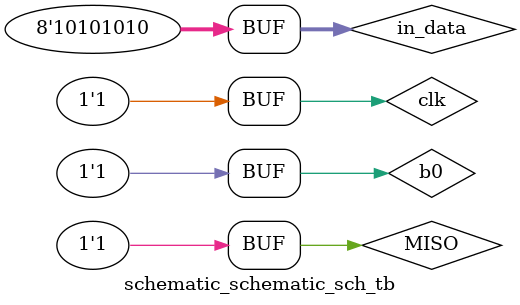
<source format=v>

`timescale 1us / 1ps

module schematic_schematic_sch_tb();

  // Inputs
  reg clk;
  reg b0;
  reg MISO;
  reg [7:0] in_data;

  // Output
  wire CS;
  wire clkSeq;
  wire MOSI;
  wire [7:0] RM;

  // Bidirs

  // Instantiate the UUT
  schematic UUT (
              .clk(clk),
              .b0(b0),
              .MISO(MISO),
              .CS(CS),
              .clkSeq(clkSeq),
              .MOSI(MOSI),
              .RM(RM),
              .in_data(in_data)
            );
  // Initialize Inputs
  initial
  begin
    in_data=8'b10101010;
    MISO = 1;
    b0=1;
    #1000000;
    b0=0;
    #1000000;
    b0=1;
    //    //#100020;
    //    #100000;
    //    b0=0;
    //    #10000;
    //    b0=1;
  end

  always
  begin
    #5;
    clk = 0;
    #5;
    clk = 1;
  end
endmodule

</source>
